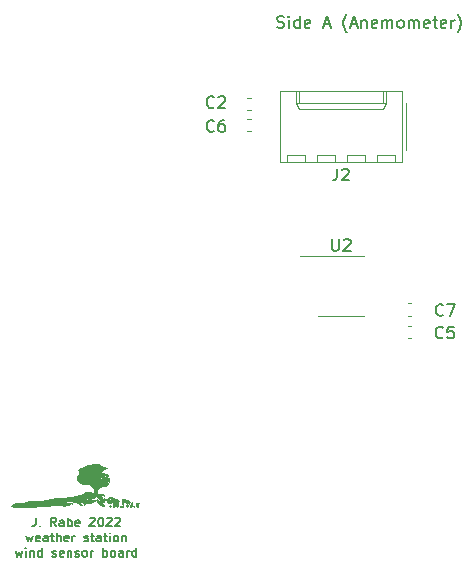
<source format=gto>
G04 #@! TF.GenerationSoftware,KiCad,Pcbnew,(5.1.6)-1*
G04 #@! TF.CreationDate,2022-06-26T15:17:10+10:00*
G04 #@! TF.ProjectId,wind_sensors,77696e64-5f73-4656-9e73-6f72732e6b69,rev?*
G04 #@! TF.SameCoordinates,Original*
G04 #@! TF.FileFunction,Legend,Top*
G04 #@! TF.FilePolarity,Positive*
%FSLAX46Y46*%
G04 Gerber Fmt 4.6, Leading zero omitted, Abs format (unit mm)*
G04 Created by KiCad (PCBNEW (5.1.6)-1) date 2022-06-26 15:17:10*
%MOMM*%
%LPD*%
G01*
G04 APERTURE LIST*
%ADD10C,0.150000*%
%ADD11C,0.010000*%
%ADD12C,0.120000*%
G04 APERTURE END LIST*
D10*
X138490476Y-79704761D02*
X138633333Y-79752380D01*
X138871428Y-79752380D01*
X138966666Y-79704761D01*
X139014285Y-79657142D01*
X139061904Y-79561904D01*
X139061904Y-79466666D01*
X139014285Y-79371428D01*
X138966666Y-79323809D01*
X138871428Y-79276190D01*
X138680952Y-79228571D01*
X138585714Y-79180952D01*
X138538095Y-79133333D01*
X138490476Y-79038095D01*
X138490476Y-78942857D01*
X138538095Y-78847619D01*
X138585714Y-78800000D01*
X138680952Y-78752380D01*
X138919047Y-78752380D01*
X139061904Y-78800000D01*
X139490476Y-79752380D02*
X139490476Y-79085714D01*
X139490476Y-78752380D02*
X139442857Y-78800000D01*
X139490476Y-78847619D01*
X139538095Y-78800000D01*
X139490476Y-78752380D01*
X139490476Y-78847619D01*
X140395238Y-79752380D02*
X140395238Y-78752380D01*
X140395238Y-79704761D02*
X140300000Y-79752380D01*
X140109523Y-79752380D01*
X140014285Y-79704761D01*
X139966666Y-79657142D01*
X139919047Y-79561904D01*
X139919047Y-79276190D01*
X139966666Y-79180952D01*
X140014285Y-79133333D01*
X140109523Y-79085714D01*
X140300000Y-79085714D01*
X140395238Y-79133333D01*
X141252380Y-79704761D02*
X141157142Y-79752380D01*
X140966666Y-79752380D01*
X140871428Y-79704761D01*
X140823809Y-79609523D01*
X140823809Y-79228571D01*
X140871428Y-79133333D01*
X140966666Y-79085714D01*
X141157142Y-79085714D01*
X141252380Y-79133333D01*
X141300000Y-79228571D01*
X141300000Y-79323809D01*
X140823809Y-79419047D01*
X142442857Y-79466666D02*
X142919047Y-79466666D01*
X142347619Y-79752380D02*
X142680952Y-78752380D01*
X143014285Y-79752380D01*
X144395238Y-80133333D02*
X144347619Y-80085714D01*
X144252380Y-79942857D01*
X144204761Y-79847619D01*
X144157142Y-79704761D01*
X144109523Y-79466666D01*
X144109523Y-79276190D01*
X144157142Y-79038095D01*
X144204761Y-78895238D01*
X144252380Y-78800000D01*
X144347619Y-78657142D01*
X144395238Y-78609523D01*
X144728571Y-79466666D02*
X145204761Y-79466666D01*
X144633333Y-79752380D02*
X144966666Y-78752380D01*
X145300000Y-79752380D01*
X145633333Y-79085714D02*
X145633333Y-79752380D01*
X145633333Y-79180952D02*
X145680952Y-79133333D01*
X145776190Y-79085714D01*
X145919047Y-79085714D01*
X146014285Y-79133333D01*
X146061904Y-79228571D01*
X146061904Y-79752380D01*
X146919047Y-79704761D02*
X146823809Y-79752380D01*
X146633333Y-79752380D01*
X146538095Y-79704761D01*
X146490476Y-79609523D01*
X146490476Y-79228571D01*
X146538095Y-79133333D01*
X146633333Y-79085714D01*
X146823809Y-79085714D01*
X146919047Y-79133333D01*
X146966666Y-79228571D01*
X146966666Y-79323809D01*
X146490476Y-79419047D01*
X147395238Y-79752380D02*
X147395238Y-79085714D01*
X147395238Y-79180952D02*
X147442857Y-79133333D01*
X147538095Y-79085714D01*
X147680952Y-79085714D01*
X147776190Y-79133333D01*
X147823809Y-79228571D01*
X147823809Y-79752380D01*
X147823809Y-79228571D02*
X147871428Y-79133333D01*
X147966666Y-79085714D01*
X148109523Y-79085714D01*
X148204761Y-79133333D01*
X148252380Y-79228571D01*
X148252380Y-79752380D01*
X148871428Y-79752380D02*
X148776190Y-79704761D01*
X148728571Y-79657142D01*
X148680952Y-79561904D01*
X148680952Y-79276190D01*
X148728571Y-79180952D01*
X148776190Y-79133333D01*
X148871428Y-79085714D01*
X149014285Y-79085714D01*
X149109523Y-79133333D01*
X149157142Y-79180952D01*
X149204761Y-79276190D01*
X149204761Y-79561904D01*
X149157142Y-79657142D01*
X149109523Y-79704761D01*
X149014285Y-79752380D01*
X148871428Y-79752380D01*
X149633333Y-79752380D02*
X149633333Y-79085714D01*
X149633333Y-79180952D02*
X149680952Y-79133333D01*
X149776190Y-79085714D01*
X149919047Y-79085714D01*
X150014285Y-79133333D01*
X150061904Y-79228571D01*
X150061904Y-79752380D01*
X150061904Y-79228571D02*
X150109523Y-79133333D01*
X150204761Y-79085714D01*
X150347619Y-79085714D01*
X150442857Y-79133333D01*
X150490476Y-79228571D01*
X150490476Y-79752380D01*
X151347619Y-79704761D02*
X151252380Y-79752380D01*
X151061904Y-79752380D01*
X150966666Y-79704761D01*
X150919047Y-79609523D01*
X150919047Y-79228571D01*
X150966666Y-79133333D01*
X151061904Y-79085714D01*
X151252380Y-79085714D01*
X151347619Y-79133333D01*
X151395238Y-79228571D01*
X151395238Y-79323809D01*
X150919047Y-79419047D01*
X151680952Y-79085714D02*
X152061904Y-79085714D01*
X151823809Y-78752380D02*
X151823809Y-79609523D01*
X151871428Y-79704761D01*
X151966666Y-79752380D01*
X152061904Y-79752380D01*
X152776190Y-79704761D02*
X152680952Y-79752380D01*
X152490476Y-79752380D01*
X152395238Y-79704761D01*
X152347619Y-79609523D01*
X152347619Y-79228571D01*
X152395238Y-79133333D01*
X152490476Y-79085714D01*
X152680952Y-79085714D01*
X152776190Y-79133333D01*
X152823809Y-79228571D01*
X152823809Y-79323809D01*
X152347619Y-79419047D01*
X153252380Y-79752380D02*
X153252380Y-79085714D01*
X153252380Y-79276190D02*
X153300000Y-79180952D01*
X153347619Y-79133333D01*
X153442857Y-79085714D01*
X153538095Y-79085714D01*
X153776190Y-80133333D02*
X153823809Y-80085714D01*
X153919047Y-79942857D01*
X153966666Y-79847619D01*
X154014285Y-79704761D01*
X154061904Y-79466666D01*
X154061904Y-79276190D01*
X154014285Y-79038095D01*
X153966666Y-78895238D01*
X153919047Y-78800000D01*
X153823809Y-78657142D01*
X153776190Y-78609523D01*
X118053571Y-121214285D02*
X118053571Y-121750000D01*
X118017857Y-121857142D01*
X117946428Y-121928571D01*
X117839285Y-121964285D01*
X117767857Y-121964285D01*
X118410714Y-121892857D02*
X118446428Y-121928571D01*
X118410714Y-121964285D01*
X118375000Y-121928571D01*
X118410714Y-121892857D01*
X118410714Y-121964285D01*
X119767857Y-121964285D02*
X119517857Y-121607142D01*
X119339285Y-121964285D02*
X119339285Y-121214285D01*
X119625000Y-121214285D01*
X119696428Y-121250000D01*
X119732142Y-121285714D01*
X119767857Y-121357142D01*
X119767857Y-121464285D01*
X119732142Y-121535714D01*
X119696428Y-121571428D01*
X119625000Y-121607142D01*
X119339285Y-121607142D01*
X120410714Y-121964285D02*
X120410714Y-121571428D01*
X120375000Y-121500000D01*
X120303571Y-121464285D01*
X120160714Y-121464285D01*
X120089285Y-121500000D01*
X120410714Y-121928571D02*
X120339285Y-121964285D01*
X120160714Y-121964285D01*
X120089285Y-121928571D01*
X120053571Y-121857142D01*
X120053571Y-121785714D01*
X120089285Y-121714285D01*
X120160714Y-121678571D01*
X120339285Y-121678571D01*
X120410714Y-121642857D01*
X120767857Y-121964285D02*
X120767857Y-121214285D01*
X120767857Y-121500000D02*
X120839285Y-121464285D01*
X120982142Y-121464285D01*
X121053571Y-121500000D01*
X121089285Y-121535714D01*
X121125000Y-121607142D01*
X121125000Y-121821428D01*
X121089285Y-121892857D01*
X121053571Y-121928571D01*
X120982142Y-121964285D01*
X120839285Y-121964285D01*
X120767857Y-121928571D01*
X121732142Y-121928571D02*
X121660714Y-121964285D01*
X121517857Y-121964285D01*
X121446428Y-121928571D01*
X121410714Y-121857142D01*
X121410714Y-121571428D01*
X121446428Y-121500000D01*
X121517857Y-121464285D01*
X121660714Y-121464285D01*
X121732142Y-121500000D01*
X121767857Y-121571428D01*
X121767857Y-121642857D01*
X121410714Y-121714285D01*
X122625000Y-121285714D02*
X122660714Y-121250000D01*
X122732142Y-121214285D01*
X122910714Y-121214285D01*
X122982142Y-121250000D01*
X123017857Y-121285714D01*
X123053571Y-121357142D01*
X123053571Y-121428571D01*
X123017857Y-121535714D01*
X122589285Y-121964285D01*
X123053571Y-121964285D01*
X123517857Y-121214285D02*
X123589285Y-121214285D01*
X123660714Y-121250000D01*
X123696428Y-121285714D01*
X123732142Y-121357142D01*
X123767857Y-121500000D01*
X123767857Y-121678571D01*
X123732142Y-121821428D01*
X123696428Y-121892857D01*
X123660714Y-121928571D01*
X123589285Y-121964285D01*
X123517857Y-121964285D01*
X123446428Y-121928571D01*
X123410714Y-121892857D01*
X123375000Y-121821428D01*
X123339285Y-121678571D01*
X123339285Y-121500000D01*
X123375000Y-121357142D01*
X123410714Y-121285714D01*
X123446428Y-121250000D01*
X123517857Y-121214285D01*
X124053571Y-121285714D02*
X124089285Y-121250000D01*
X124160714Y-121214285D01*
X124339285Y-121214285D01*
X124410714Y-121250000D01*
X124446428Y-121285714D01*
X124482142Y-121357142D01*
X124482142Y-121428571D01*
X124446428Y-121535714D01*
X124017857Y-121964285D01*
X124482142Y-121964285D01*
X124767857Y-121285714D02*
X124803571Y-121250000D01*
X124875000Y-121214285D01*
X125053571Y-121214285D01*
X125125000Y-121250000D01*
X125160714Y-121285714D01*
X125196428Y-121357142D01*
X125196428Y-121428571D01*
X125160714Y-121535714D01*
X124732142Y-121964285D01*
X125196428Y-121964285D01*
X117232142Y-122739285D02*
X117375000Y-123239285D01*
X117517857Y-122882142D01*
X117660714Y-123239285D01*
X117803571Y-122739285D01*
X118375000Y-123203571D02*
X118303571Y-123239285D01*
X118160714Y-123239285D01*
X118089285Y-123203571D01*
X118053571Y-123132142D01*
X118053571Y-122846428D01*
X118089285Y-122775000D01*
X118160714Y-122739285D01*
X118303571Y-122739285D01*
X118375000Y-122775000D01*
X118410714Y-122846428D01*
X118410714Y-122917857D01*
X118053571Y-122989285D01*
X119053571Y-123239285D02*
X119053571Y-122846428D01*
X119017857Y-122775000D01*
X118946428Y-122739285D01*
X118803571Y-122739285D01*
X118732142Y-122775000D01*
X119053571Y-123203571D02*
X118982142Y-123239285D01*
X118803571Y-123239285D01*
X118732142Y-123203571D01*
X118696428Y-123132142D01*
X118696428Y-123060714D01*
X118732142Y-122989285D01*
X118803571Y-122953571D01*
X118982142Y-122953571D01*
X119053571Y-122917857D01*
X119303571Y-122739285D02*
X119589285Y-122739285D01*
X119410714Y-122489285D02*
X119410714Y-123132142D01*
X119446428Y-123203571D01*
X119517857Y-123239285D01*
X119589285Y-123239285D01*
X119839285Y-123239285D02*
X119839285Y-122489285D01*
X120160714Y-123239285D02*
X120160714Y-122846428D01*
X120125000Y-122775000D01*
X120053571Y-122739285D01*
X119946428Y-122739285D01*
X119875000Y-122775000D01*
X119839285Y-122810714D01*
X120803571Y-123203571D02*
X120732142Y-123239285D01*
X120589285Y-123239285D01*
X120517857Y-123203571D01*
X120482142Y-123132142D01*
X120482142Y-122846428D01*
X120517857Y-122775000D01*
X120589285Y-122739285D01*
X120732142Y-122739285D01*
X120803571Y-122775000D01*
X120839285Y-122846428D01*
X120839285Y-122917857D01*
X120482142Y-122989285D01*
X121160714Y-123239285D02*
X121160714Y-122739285D01*
X121160714Y-122882142D02*
X121196428Y-122810714D01*
X121232142Y-122775000D01*
X121303571Y-122739285D01*
X121375000Y-122739285D01*
X122160714Y-123203571D02*
X122232142Y-123239285D01*
X122375000Y-123239285D01*
X122446428Y-123203571D01*
X122482142Y-123132142D01*
X122482142Y-123096428D01*
X122446428Y-123025000D01*
X122375000Y-122989285D01*
X122267857Y-122989285D01*
X122196428Y-122953571D01*
X122160714Y-122882142D01*
X122160714Y-122846428D01*
X122196428Y-122775000D01*
X122267857Y-122739285D01*
X122375000Y-122739285D01*
X122446428Y-122775000D01*
X122696428Y-122739285D02*
X122982142Y-122739285D01*
X122803571Y-122489285D02*
X122803571Y-123132142D01*
X122839285Y-123203571D01*
X122910714Y-123239285D01*
X122982142Y-123239285D01*
X123553571Y-123239285D02*
X123553571Y-122846428D01*
X123517857Y-122775000D01*
X123446428Y-122739285D01*
X123303571Y-122739285D01*
X123232142Y-122775000D01*
X123553571Y-123203571D02*
X123482142Y-123239285D01*
X123303571Y-123239285D01*
X123232142Y-123203571D01*
X123196428Y-123132142D01*
X123196428Y-123060714D01*
X123232142Y-122989285D01*
X123303571Y-122953571D01*
X123482142Y-122953571D01*
X123553571Y-122917857D01*
X123803571Y-122739285D02*
X124089285Y-122739285D01*
X123910714Y-122489285D02*
X123910714Y-123132142D01*
X123946428Y-123203571D01*
X124017857Y-123239285D01*
X124089285Y-123239285D01*
X124339285Y-123239285D02*
X124339285Y-122739285D01*
X124339285Y-122489285D02*
X124303571Y-122525000D01*
X124339285Y-122560714D01*
X124375000Y-122525000D01*
X124339285Y-122489285D01*
X124339285Y-122560714D01*
X124803571Y-123239285D02*
X124732142Y-123203571D01*
X124696428Y-123167857D01*
X124660714Y-123096428D01*
X124660714Y-122882142D01*
X124696428Y-122810714D01*
X124732142Y-122775000D01*
X124803571Y-122739285D01*
X124910714Y-122739285D01*
X124982142Y-122775000D01*
X125017857Y-122810714D01*
X125053571Y-122882142D01*
X125053571Y-123096428D01*
X125017857Y-123167857D01*
X124982142Y-123203571D01*
X124910714Y-123239285D01*
X124803571Y-123239285D01*
X125375000Y-122739285D02*
X125375000Y-123239285D01*
X125375000Y-122810714D02*
X125410714Y-122775000D01*
X125482142Y-122739285D01*
X125589285Y-122739285D01*
X125660714Y-122775000D01*
X125696428Y-122846428D01*
X125696428Y-123239285D01*
X116357142Y-124014285D02*
X116500000Y-124514285D01*
X116642857Y-124157142D01*
X116785714Y-124514285D01*
X116928571Y-124014285D01*
X117214285Y-124514285D02*
X117214285Y-124014285D01*
X117214285Y-123764285D02*
X117178571Y-123800000D01*
X117214285Y-123835714D01*
X117250000Y-123800000D01*
X117214285Y-123764285D01*
X117214285Y-123835714D01*
X117571428Y-124014285D02*
X117571428Y-124514285D01*
X117571428Y-124085714D02*
X117607142Y-124050000D01*
X117678571Y-124014285D01*
X117785714Y-124014285D01*
X117857142Y-124050000D01*
X117892857Y-124121428D01*
X117892857Y-124514285D01*
X118571428Y-124514285D02*
X118571428Y-123764285D01*
X118571428Y-124478571D02*
X118500000Y-124514285D01*
X118357142Y-124514285D01*
X118285714Y-124478571D01*
X118250000Y-124442857D01*
X118214285Y-124371428D01*
X118214285Y-124157142D01*
X118250000Y-124085714D01*
X118285714Y-124050000D01*
X118357142Y-124014285D01*
X118500000Y-124014285D01*
X118571428Y-124050000D01*
X119464285Y-124478571D02*
X119535714Y-124514285D01*
X119678571Y-124514285D01*
X119750000Y-124478571D01*
X119785714Y-124407142D01*
X119785714Y-124371428D01*
X119750000Y-124300000D01*
X119678571Y-124264285D01*
X119571428Y-124264285D01*
X119500000Y-124228571D01*
X119464285Y-124157142D01*
X119464285Y-124121428D01*
X119500000Y-124050000D01*
X119571428Y-124014285D01*
X119678571Y-124014285D01*
X119750000Y-124050000D01*
X120392857Y-124478571D02*
X120321428Y-124514285D01*
X120178571Y-124514285D01*
X120107142Y-124478571D01*
X120071428Y-124407142D01*
X120071428Y-124121428D01*
X120107142Y-124050000D01*
X120178571Y-124014285D01*
X120321428Y-124014285D01*
X120392857Y-124050000D01*
X120428571Y-124121428D01*
X120428571Y-124192857D01*
X120071428Y-124264285D01*
X120750000Y-124014285D02*
X120750000Y-124514285D01*
X120750000Y-124085714D02*
X120785714Y-124050000D01*
X120857142Y-124014285D01*
X120964285Y-124014285D01*
X121035714Y-124050000D01*
X121071428Y-124121428D01*
X121071428Y-124514285D01*
X121392857Y-124478571D02*
X121464285Y-124514285D01*
X121607142Y-124514285D01*
X121678571Y-124478571D01*
X121714285Y-124407142D01*
X121714285Y-124371428D01*
X121678571Y-124300000D01*
X121607142Y-124264285D01*
X121500000Y-124264285D01*
X121428571Y-124228571D01*
X121392857Y-124157142D01*
X121392857Y-124121428D01*
X121428571Y-124050000D01*
X121500000Y-124014285D01*
X121607142Y-124014285D01*
X121678571Y-124050000D01*
X122142857Y-124514285D02*
X122071428Y-124478571D01*
X122035714Y-124442857D01*
X122000000Y-124371428D01*
X122000000Y-124157142D01*
X122035714Y-124085714D01*
X122071428Y-124050000D01*
X122142857Y-124014285D01*
X122250000Y-124014285D01*
X122321428Y-124050000D01*
X122357142Y-124085714D01*
X122392857Y-124157142D01*
X122392857Y-124371428D01*
X122357142Y-124442857D01*
X122321428Y-124478571D01*
X122250000Y-124514285D01*
X122142857Y-124514285D01*
X122714285Y-124514285D02*
X122714285Y-124014285D01*
X122714285Y-124157142D02*
X122750000Y-124085714D01*
X122785714Y-124050000D01*
X122857142Y-124014285D01*
X122928571Y-124014285D01*
X123750000Y-124514285D02*
X123750000Y-123764285D01*
X123750000Y-124050000D02*
X123821428Y-124014285D01*
X123964285Y-124014285D01*
X124035714Y-124050000D01*
X124071428Y-124085714D01*
X124107142Y-124157142D01*
X124107142Y-124371428D01*
X124071428Y-124442857D01*
X124035714Y-124478571D01*
X123964285Y-124514285D01*
X123821428Y-124514285D01*
X123750000Y-124478571D01*
X124535714Y-124514285D02*
X124464285Y-124478571D01*
X124428571Y-124442857D01*
X124392857Y-124371428D01*
X124392857Y-124157142D01*
X124428571Y-124085714D01*
X124464285Y-124050000D01*
X124535714Y-124014285D01*
X124642857Y-124014285D01*
X124714285Y-124050000D01*
X124750000Y-124085714D01*
X124785714Y-124157142D01*
X124785714Y-124371428D01*
X124750000Y-124442857D01*
X124714285Y-124478571D01*
X124642857Y-124514285D01*
X124535714Y-124514285D01*
X125428571Y-124514285D02*
X125428571Y-124121428D01*
X125392857Y-124050000D01*
X125321428Y-124014285D01*
X125178571Y-124014285D01*
X125107142Y-124050000D01*
X125428571Y-124478571D02*
X125357142Y-124514285D01*
X125178571Y-124514285D01*
X125107142Y-124478571D01*
X125071428Y-124407142D01*
X125071428Y-124335714D01*
X125107142Y-124264285D01*
X125178571Y-124228571D01*
X125357142Y-124228571D01*
X125428571Y-124192857D01*
X125785714Y-124514285D02*
X125785714Y-124014285D01*
X125785714Y-124157142D02*
X125821428Y-124085714D01*
X125857142Y-124050000D01*
X125928571Y-124014285D01*
X126000000Y-124014285D01*
X126571428Y-124514285D02*
X126571428Y-123764285D01*
X126571428Y-124478571D02*
X126500000Y-124514285D01*
X126357142Y-124514285D01*
X126285714Y-124478571D01*
X126250000Y-124442857D01*
X126214285Y-124371428D01*
X126214285Y-124157142D01*
X126250000Y-124085714D01*
X126285714Y-124050000D01*
X126357142Y-124014285D01*
X126500000Y-124014285D01*
X126571428Y-124050000D01*
D11*
G36*
X121153333Y-120020333D02*
G01*
X121111000Y-120062666D01*
X121068667Y-120020333D01*
X121111000Y-119978000D01*
X121153333Y-120020333D01*
G37*
X121153333Y-120020333D02*
X121111000Y-120062666D01*
X121068667Y-120020333D01*
X121111000Y-119978000D01*
X121153333Y-120020333D01*
G36*
X126545243Y-119950455D02*
G01*
X126545847Y-119952077D01*
X126643983Y-120016232D01*
X126725637Y-120007590D01*
X126814901Y-119988322D01*
X126754334Y-120043298D01*
X126751653Y-120045213D01*
X126679927Y-120162528D01*
X126693150Y-120222533D01*
X126684034Y-120306542D01*
X126640497Y-120316606D01*
X126555832Y-120242984D01*
X126519211Y-120083773D01*
X126522579Y-119949786D01*
X126545243Y-119950455D01*
G37*
X126545243Y-119950455D02*
X126545847Y-119952077D01*
X126643983Y-120016232D01*
X126725637Y-120007590D01*
X126814901Y-119988322D01*
X126754334Y-120043298D01*
X126751653Y-120045213D01*
X126679927Y-120162528D01*
X126693150Y-120222533D01*
X126684034Y-120306542D01*
X126640497Y-120316606D01*
X126555832Y-120242984D01*
X126519211Y-120083773D01*
X126522579Y-119949786D01*
X126545243Y-119950455D01*
G36*
X126402667Y-120274333D02*
G01*
X126360333Y-120316666D01*
X126318000Y-120274333D01*
X126360333Y-120232000D01*
X126402667Y-120274333D01*
G37*
X126402667Y-120274333D02*
X126360333Y-120316666D01*
X126318000Y-120274333D01*
X126360333Y-120232000D01*
X126402667Y-120274333D01*
G36*
X126222442Y-120035039D02*
G01*
X126170884Y-120189281D01*
X126092786Y-120302649D01*
X126060109Y-120316666D01*
X126034242Y-120251934D01*
X126079568Y-120104642D01*
X126160499Y-119962900D01*
X126212484Y-119928928D01*
X126222442Y-120035039D01*
G37*
X126222442Y-120035039D02*
X126170884Y-120189281D01*
X126092786Y-120302649D01*
X126060109Y-120316666D01*
X126034242Y-120251934D01*
X126079568Y-120104642D01*
X126160499Y-119962900D01*
X126212484Y-119928928D01*
X126222442Y-120035039D01*
G36*
X125491484Y-119681303D02*
G01*
X125725293Y-119737491D01*
X125858477Y-119754943D01*
X125978276Y-119790103D01*
X126001025Y-119906780D01*
X125983601Y-120012537D01*
X125895812Y-120209232D01*
X125782232Y-120280906D01*
X125681477Y-120276651D01*
X125723249Y-120192338D01*
X125733171Y-120180222D01*
X125783890Y-120064103D01*
X125694175Y-119953885D01*
X125674396Y-119938959D01*
X125547774Y-119868776D01*
X125482592Y-119933342D01*
X125458606Y-120005105D01*
X125411926Y-120115163D01*
X125388814Y-120105000D01*
X125362773Y-119960125D01*
X125342766Y-119851000D01*
X125640667Y-119851000D01*
X125683000Y-119893333D01*
X125725333Y-119851000D01*
X125683000Y-119808666D01*
X125640667Y-119851000D01*
X125342766Y-119851000D01*
X125337025Y-119819692D01*
X125329949Y-119677268D01*
X125415823Y-119659572D01*
X125491484Y-119681303D01*
G37*
X125491484Y-119681303D02*
X125725293Y-119737491D01*
X125858477Y-119754943D01*
X125978276Y-119790103D01*
X126001025Y-119906780D01*
X125983601Y-120012537D01*
X125895812Y-120209232D01*
X125782232Y-120280906D01*
X125681477Y-120276651D01*
X125723249Y-120192338D01*
X125733171Y-120180222D01*
X125783890Y-120064103D01*
X125694175Y-119953885D01*
X125674396Y-119938959D01*
X125547774Y-119868776D01*
X125482592Y-119933342D01*
X125458606Y-120005105D01*
X125411926Y-120115163D01*
X125388814Y-120105000D01*
X125362773Y-119960125D01*
X125342766Y-119851000D01*
X125640667Y-119851000D01*
X125683000Y-119893333D01*
X125725333Y-119851000D01*
X125683000Y-119808666D01*
X125640667Y-119851000D01*
X125342766Y-119851000D01*
X125337025Y-119819692D01*
X125329949Y-119677268D01*
X125415823Y-119659572D01*
X125491484Y-119681303D01*
G36*
X125407833Y-120260593D02*
G01*
X125418469Y-120291496D01*
X125302000Y-120303298D01*
X125181804Y-120289992D01*
X125196167Y-120260593D01*
X125369509Y-120249410D01*
X125407833Y-120260593D01*
G37*
X125407833Y-120260593D02*
X125418469Y-120291496D01*
X125302000Y-120303298D01*
X125181804Y-120289992D01*
X125196167Y-120260593D01*
X125369509Y-120249410D01*
X125407833Y-120260593D01*
G36*
X124632204Y-119520497D02*
G01*
X124667000Y-119554666D01*
X124786771Y-119626531D01*
X124878667Y-119639333D01*
X125053632Y-119691252D01*
X125107104Y-119816883D01*
X125056023Y-119925998D01*
X125002169Y-120045296D01*
X125014879Y-120085990D01*
X125023955Y-120191340D01*
X125003561Y-120235406D01*
X124927416Y-120284744D01*
X124861637Y-120219872D01*
X124783645Y-120151195D01*
X124738165Y-120210833D01*
X124654351Y-120307706D01*
X124575743Y-120295240D01*
X124572289Y-120185352D01*
X124573275Y-120182741D01*
X124618050Y-120049334D01*
X124624667Y-120016065D01*
X124689721Y-120001716D01*
X124730500Y-120009114D01*
X124789681Y-120012415D01*
X124772306Y-119999225D01*
X124746704Y-119909435D01*
X124760458Y-119879108D01*
X124733155Y-119854187D01*
X124597917Y-119903576D01*
X124570485Y-119917056D01*
X124325492Y-119999954D01*
X124166643Y-119967882D01*
X124116667Y-119843944D01*
X124046145Y-119746691D01*
X123947333Y-119724000D01*
X123887766Y-119710077D01*
X124123645Y-119710077D01*
X124167526Y-119707475D01*
X124219788Y-119691757D01*
X124371114Y-119698181D01*
X124423370Y-119740779D01*
X124429326Y-119795242D01*
X124389599Y-119778033D01*
X124271906Y-119778703D01*
X124244520Y-119807285D01*
X124269485Y-119875134D01*
X124365670Y-119893333D01*
X124505647Y-119843834D01*
X124540000Y-119771330D01*
X124481331Y-119619777D01*
X124333864Y-119592366D01*
X124223170Y-119641143D01*
X124123645Y-119710077D01*
X123887766Y-119710077D01*
X123809702Y-119691831D01*
X123778000Y-119647259D01*
X123844950Y-119602404D01*
X123937778Y-119612302D01*
X124095637Y-119606124D01*
X124154441Y-119562042D01*
X124280646Y-119488744D01*
X124470848Y-119474450D01*
X124632204Y-119520497D01*
G37*
X124632204Y-119520497D02*
X124667000Y-119554666D01*
X124786771Y-119626531D01*
X124878667Y-119639333D01*
X125053632Y-119691252D01*
X125107104Y-119816883D01*
X125056023Y-119925998D01*
X125002169Y-120045296D01*
X125014879Y-120085990D01*
X125023955Y-120191340D01*
X125003561Y-120235406D01*
X124927416Y-120284744D01*
X124861637Y-120219872D01*
X124783645Y-120151195D01*
X124738165Y-120210833D01*
X124654351Y-120307706D01*
X124575743Y-120295240D01*
X124572289Y-120185352D01*
X124573275Y-120182741D01*
X124618050Y-120049334D01*
X124624667Y-120016065D01*
X124689721Y-120001716D01*
X124730500Y-120009114D01*
X124789681Y-120012415D01*
X124772306Y-119999225D01*
X124746704Y-119909435D01*
X124760458Y-119879108D01*
X124733155Y-119854187D01*
X124597917Y-119903576D01*
X124570485Y-119917056D01*
X124325492Y-119999954D01*
X124166643Y-119967882D01*
X124116667Y-119843944D01*
X124046145Y-119746691D01*
X123947333Y-119724000D01*
X123887766Y-119710077D01*
X124123645Y-119710077D01*
X124167526Y-119707475D01*
X124219788Y-119691757D01*
X124371114Y-119698181D01*
X124423370Y-119740779D01*
X124429326Y-119795242D01*
X124389599Y-119778033D01*
X124271906Y-119778703D01*
X124244520Y-119807285D01*
X124269485Y-119875134D01*
X124365670Y-119893333D01*
X124505647Y-119843834D01*
X124540000Y-119771330D01*
X124481331Y-119619777D01*
X124333864Y-119592366D01*
X124223170Y-119641143D01*
X124123645Y-119710077D01*
X123887766Y-119710077D01*
X123809702Y-119691831D01*
X123778000Y-119647259D01*
X123844950Y-119602404D01*
X123937778Y-119612302D01*
X124095637Y-119606124D01*
X124154441Y-119562042D01*
X124280646Y-119488744D01*
X124470848Y-119474450D01*
X124632204Y-119520497D01*
G36*
X124426229Y-120199203D02*
G01*
X124413000Y-120232000D01*
X124336918Y-120312770D01*
X124323336Y-120316666D01*
X124286971Y-120251160D01*
X124286000Y-120232000D01*
X124351088Y-120150586D01*
X124375663Y-120147333D01*
X124426229Y-120199203D01*
G37*
X124426229Y-120199203D02*
X124413000Y-120232000D01*
X124336918Y-120312770D01*
X124323336Y-120316666D01*
X124286971Y-120251160D01*
X124286000Y-120232000D01*
X124351088Y-120150586D01*
X124375663Y-120147333D01*
X124426229Y-120199203D01*
G36*
X123350328Y-119710574D02*
G01*
X123391487Y-119791298D01*
X123503414Y-119937212D01*
X123650932Y-120025360D01*
X123796623Y-120119957D01*
X123795556Y-120207536D01*
X123708938Y-120254752D01*
X123552163Y-120191572D01*
X123484421Y-120149140D01*
X123418832Y-120090888D01*
X123552222Y-120090888D01*
X123563844Y-120141223D01*
X123608667Y-120147333D01*
X123678357Y-120116355D01*
X123665111Y-120090888D01*
X123564631Y-120080755D01*
X123552222Y-120090888D01*
X123418832Y-120090888D01*
X123296154Y-119981935D01*
X123214037Y-119815876D01*
X123256460Y-119691401D01*
X123271445Y-119680773D01*
X123350328Y-119710574D01*
G37*
X123350328Y-119710574D02*
X123391487Y-119791298D01*
X123503414Y-119937212D01*
X123650932Y-120025360D01*
X123796623Y-120119957D01*
X123795556Y-120207536D01*
X123708938Y-120254752D01*
X123552163Y-120191572D01*
X123484421Y-120149140D01*
X123418832Y-120090888D01*
X123552222Y-120090888D01*
X123563844Y-120141223D01*
X123608667Y-120147333D01*
X123678357Y-120116355D01*
X123665111Y-120090888D01*
X123564631Y-120080755D01*
X123552222Y-120090888D01*
X123418832Y-120090888D01*
X123296154Y-119981935D01*
X123214037Y-119815876D01*
X123256460Y-119691401D01*
X123271445Y-119680773D01*
X123350328Y-119710574D01*
G36*
X123418532Y-116698632D02*
G01*
X123520772Y-116730542D01*
X123524000Y-116740140D01*
X123595304Y-116825881D01*
X123769893Y-116919208D01*
X123799167Y-116930536D01*
X124074333Y-117032305D01*
X123820333Y-117146667D01*
X123673464Y-117223706D01*
X123642280Y-117264562D01*
X123651000Y-117266144D01*
X123666059Y-117305372D01*
X123608667Y-117353333D01*
X123541430Y-117416730D01*
X123624749Y-117443625D01*
X123672167Y-117447286D01*
X123979144Y-117490129D01*
X124132301Y-117576290D01*
X124143639Y-117714784D01*
X124114936Y-117779899D01*
X124069413Y-117895459D01*
X124134529Y-117900554D01*
X124166560Y-117889050D01*
X124254576Y-117877041D01*
X124271236Y-117962996D01*
X124242863Y-118118992D01*
X124138873Y-118414433D01*
X123994531Y-118565462D01*
X123821560Y-118560562D01*
X123803105Y-118551033D01*
X123664106Y-118524664D01*
X123512744Y-118626114D01*
X123469517Y-118670775D01*
X123319292Y-118796453D01*
X123240033Y-118771312D01*
X123239077Y-118769109D01*
X123212828Y-118767393D01*
X123206328Y-118900434D01*
X123207219Y-118924099D01*
X123239671Y-119109718D01*
X123351057Y-119185505D01*
X123475853Y-119202118D01*
X123687650Y-119243019D01*
X123818952Y-119308535D01*
X123846044Y-119362564D01*
X123765397Y-119342244D01*
X123617386Y-119333314D01*
X123569352Y-119427479D01*
X123631728Y-119584110D01*
X123686086Y-119651059D01*
X123794225Y-119802972D01*
X123812267Y-119906384D01*
X123716166Y-119934097D01*
X123578831Y-119871986D01*
X123466913Y-119760745D01*
X123440335Y-119681666D01*
X123524000Y-119681666D01*
X123566333Y-119724000D01*
X123608667Y-119681666D01*
X123566333Y-119639333D01*
X123524000Y-119681666D01*
X123440335Y-119681666D01*
X123439333Y-119678687D01*
X123371108Y-119570203D01*
X123307336Y-119554666D01*
X123217859Y-119516228D01*
X123224051Y-119475850D01*
X123216199Y-119366955D01*
X123195586Y-119349336D01*
X123104759Y-119371103D01*
X123069862Y-119428152D01*
X122953086Y-119534589D01*
X122771920Y-119541599D01*
X122609552Y-119453018D01*
X122555113Y-119417635D01*
X122584615Y-119512315D01*
X122613785Y-119576223D01*
X122724735Y-119736339D01*
X122876684Y-119765362D01*
X122931333Y-119755853D01*
X123143000Y-119710629D01*
X122931333Y-119882489D01*
X122683783Y-120007956D01*
X122528067Y-120006720D01*
X122316284Y-120015325D01*
X122194315Y-120074378D01*
X122106780Y-120127877D01*
X122110261Y-120092705D01*
X122095666Y-119987118D01*
X122029729Y-119942545D01*
X121981541Y-119935666D01*
X122677333Y-119935666D01*
X122719667Y-119978000D01*
X122762000Y-119935666D01*
X122719667Y-119893333D01*
X122677333Y-119935666D01*
X121981541Y-119935666D01*
X121881522Y-119921388D01*
X121836273Y-119977246D01*
X121917785Y-120065973D01*
X121993966Y-120129391D01*
X121912523Y-120145877D01*
X121900214Y-120146036D01*
X121728237Y-120090529D01*
X121622869Y-120012107D01*
X121451917Y-119923173D01*
X121314300Y-119890643D01*
X122259095Y-119890643D01*
X122326182Y-119850701D01*
X122351371Y-119830567D01*
X122490191Y-119771304D01*
X122555332Y-119788234D01*
X122577717Y-119787309D01*
X122537744Y-119724000D01*
X122428155Y-119541924D01*
X122394527Y-119470000D01*
X122359131Y-119417552D01*
X122359878Y-119512333D01*
X122336770Y-119718639D01*
X122299134Y-119808666D01*
X122259095Y-119890643D01*
X121314300Y-119890643D01*
X121160508Y-119854290D01*
X120960654Y-119829289D01*
X120677635Y-119807140D01*
X120533972Y-119810606D01*
X120500749Y-119846385D01*
X120549047Y-119921177D01*
X120551453Y-119924093D01*
X120727677Y-120024604D01*
X120836637Y-120013360D01*
X120961791Y-120003658D01*
X120968662Y-120066345D01*
X120867004Y-120145085D01*
X120671605Y-120195512D01*
X120456840Y-120208901D01*
X120297087Y-120176530D01*
X120265273Y-120148853D01*
X120204618Y-120127091D01*
X120428055Y-120127091D01*
X120511278Y-120140649D01*
X120621092Y-120125082D01*
X120622403Y-120096180D01*
X120509086Y-120075969D01*
X120460125Y-120089496D01*
X120428055Y-120127091D01*
X120204618Y-120127091D01*
X120151927Y-120108187D01*
X120058660Y-120144125D01*
X119912778Y-120189426D01*
X119854812Y-120175256D01*
X119724270Y-120124453D01*
X119538224Y-120115314D01*
X119391455Y-120149157D01*
X119368811Y-120168497D01*
X119269629Y-120198109D01*
X119036279Y-120225352D01*
X118699625Y-120249497D01*
X118290533Y-120269809D01*
X117839868Y-120285559D01*
X117378496Y-120296012D01*
X116937281Y-120300439D01*
X116547089Y-120298106D01*
X116238785Y-120288282D01*
X116043234Y-120270234D01*
X115988667Y-120248654D01*
X116026908Y-120146812D01*
X116162033Y-120076196D01*
X116424647Y-120023822D01*
X116559195Y-120006591D01*
X116903304Y-119953946D01*
X117274121Y-119879749D01*
X117379355Y-119854778D01*
X117486684Y-119836888D01*
X119234222Y-119836888D01*
X119245844Y-119887223D01*
X119290667Y-119893333D01*
X119360357Y-119862355D01*
X119347111Y-119836888D01*
X119572889Y-119836888D01*
X119584511Y-119887223D01*
X119629333Y-119893333D01*
X119699023Y-119862355D01*
X119685778Y-119836888D01*
X119585298Y-119826755D01*
X119572889Y-119836888D01*
X119347111Y-119836888D01*
X119246631Y-119826755D01*
X119234222Y-119836888D01*
X117486684Y-119836888D01*
X117727256Y-119796789D01*
X118095168Y-119777697D01*
X118202825Y-119782301D01*
X118524458Y-119778186D01*
X118898281Y-119732366D01*
X119098136Y-119690575D01*
X119144062Y-119681666D01*
X121407333Y-119681666D01*
X121449667Y-119724000D01*
X121469909Y-119703757D01*
X121613388Y-119703757D01*
X121696611Y-119717315D01*
X121806425Y-119701749D01*
X121807335Y-119681666D01*
X122000000Y-119681666D01*
X122042333Y-119724000D01*
X122084667Y-119681666D01*
X122042333Y-119639333D01*
X122000000Y-119681666D01*
X121807335Y-119681666D01*
X121807736Y-119672847D01*
X121694419Y-119652635D01*
X121645458Y-119666163D01*
X121613388Y-119703757D01*
X121469909Y-119703757D01*
X121492000Y-119681666D01*
X121449667Y-119639333D01*
X121407333Y-119681666D01*
X119144062Y-119681666D01*
X119403589Y-119631322D01*
X119810550Y-119576709D01*
X120251238Y-119535151D01*
X120452903Y-119522409D01*
X120835537Y-119495194D01*
X121167673Y-119457699D01*
X121404270Y-119415733D01*
X121484503Y-119389345D01*
X121705176Y-119317409D01*
X121857067Y-119300666D01*
X122063977Y-119248416D01*
X122175281Y-119166499D01*
X122299338Y-119082266D01*
X122502896Y-119069409D01*
X122651315Y-119087020D01*
X122878900Y-119112714D01*
X122985349Y-119089381D01*
X123015256Y-119002725D01*
X123016000Y-118970106D01*
X122959318Y-118801283D01*
X122818964Y-118599507D01*
X122777950Y-118554983D01*
X122658012Y-118454000D01*
X123354667Y-118454000D01*
X123385645Y-118523690D01*
X123411111Y-118510444D01*
X123421244Y-118409964D01*
X123411111Y-118397555D01*
X123360777Y-118409177D01*
X123354667Y-118454000D01*
X122658012Y-118454000D01*
X122587962Y-118395022D01*
X122432362Y-118359358D01*
X122361824Y-118377336D01*
X122068627Y-118403574D01*
X121786469Y-118293346D01*
X121736996Y-118242333D01*
X122254000Y-118242333D01*
X122296333Y-118284666D01*
X122338667Y-118242333D01*
X123185333Y-118242333D01*
X123227667Y-118284666D01*
X123270000Y-118242333D01*
X123227667Y-118200000D01*
X123185333Y-118242333D01*
X122338667Y-118242333D01*
X122296333Y-118200000D01*
X122254000Y-118242333D01*
X121736996Y-118242333D01*
X121595313Y-118096241D01*
X121539897Y-117988333D01*
X121830667Y-117988333D01*
X121873000Y-118030666D01*
X122338667Y-118030666D01*
X122369645Y-118100356D01*
X122395111Y-118087111D01*
X122405244Y-117986631D01*
X122395111Y-117974222D01*
X122344777Y-117985844D01*
X122338667Y-118030666D01*
X121873000Y-118030666D01*
X121915333Y-117988333D01*
X121873000Y-117946000D01*
X121830667Y-117988333D01*
X121539897Y-117988333D01*
X121508550Y-117927296D01*
X121519191Y-117843093D01*
X123486140Y-117843093D01*
X123502023Y-117891371D01*
X123563483Y-118058716D01*
X123575620Y-118136500D01*
X123595346Y-118306935D01*
X123627935Y-118364851D01*
X123654430Y-118369333D01*
X123678955Y-118294520D01*
X123683777Y-118108135D01*
X123680730Y-118039476D01*
X123647245Y-117816951D01*
X123578105Y-117746345D01*
X123550786Y-117752014D01*
X123486140Y-117843093D01*
X121519191Y-117843093D01*
X121523118Y-117812029D01*
X121584902Y-117734333D01*
X122508000Y-117734333D01*
X122550333Y-117776666D01*
X122592667Y-117734333D01*
X122588355Y-117730021D01*
X123833703Y-117730021D01*
X123837461Y-117815930D01*
X123909312Y-117805629D01*
X124018643Y-117722270D01*
X124032000Y-117682941D01*
X123985625Y-117609562D01*
X123892706Y-117643224D01*
X123833703Y-117730021D01*
X122588355Y-117730021D01*
X122550333Y-117692000D01*
X122508000Y-117734333D01*
X121584902Y-117734333D01*
X121615427Y-117695947D01*
X121720931Y-117532437D01*
X121703401Y-117395666D01*
X122846667Y-117395666D01*
X122889000Y-117438000D01*
X122931333Y-117395666D01*
X122889000Y-117353333D01*
X122846667Y-117395666D01*
X121703401Y-117395666D01*
X121699274Y-117363467D01*
X121678945Y-117315843D01*
X121632189Y-117178019D01*
X121678324Y-117096069D01*
X121772125Y-117057000D01*
X123778000Y-117057000D01*
X123820333Y-117099333D01*
X123862667Y-117057000D01*
X123820333Y-117014666D01*
X123778000Y-117057000D01*
X121772125Y-117057000D01*
X121849736Y-117024675D01*
X121898345Y-117008819D01*
X122127164Y-116924085D01*
X122290095Y-116844360D01*
X122307750Y-116832024D01*
X122381574Y-116803000D01*
X123185333Y-116803000D01*
X123227667Y-116845333D01*
X123270000Y-116803000D01*
X123227667Y-116760666D01*
X123185333Y-116803000D01*
X122381574Y-116803000D01*
X122442872Y-116778901D01*
X122671605Y-116735216D01*
X122943855Y-116704753D01*
X123209528Y-116691297D01*
X123418532Y-116698632D01*
G37*
X123418532Y-116698632D02*
X123520772Y-116730542D01*
X123524000Y-116740140D01*
X123595304Y-116825881D01*
X123769893Y-116919208D01*
X123799167Y-116930536D01*
X124074333Y-117032305D01*
X123820333Y-117146667D01*
X123673464Y-117223706D01*
X123642280Y-117264562D01*
X123651000Y-117266144D01*
X123666059Y-117305372D01*
X123608667Y-117353333D01*
X123541430Y-117416730D01*
X123624749Y-117443625D01*
X123672167Y-117447286D01*
X123979144Y-117490129D01*
X124132301Y-117576290D01*
X124143639Y-117714784D01*
X124114936Y-117779899D01*
X124069413Y-117895459D01*
X124134529Y-117900554D01*
X124166560Y-117889050D01*
X124254576Y-117877041D01*
X124271236Y-117962996D01*
X124242863Y-118118992D01*
X124138873Y-118414433D01*
X123994531Y-118565462D01*
X123821560Y-118560562D01*
X123803105Y-118551033D01*
X123664106Y-118524664D01*
X123512744Y-118626114D01*
X123469517Y-118670775D01*
X123319292Y-118796453D01*
X123240033Y-118771312D01*
X123239077Y-118769109D01*
X123212828Y-118767393D01*
X123206328Y-118900434D01*
X123207219Y-118924099D01*
X123239671Y-119109718D01*
X123351057Y-119185505D01*
X123475853Y-119202118D01*
X123687650Y-119243019D01*
X123818952Y-119308535D01*
X123846044Y-119362564D01*
X123765397Y-119342244D01*
X123617386Y-119333314D01*
X123569352Y-119427479D01*
X123631728Y-119584110D01*
X123686086Y-119651059D01*
X123794225Y-119802972D01*
X123812267Y-119906384D01*
X123716166Y-119934097D01*
X123578831Y-119871986D01*
X123466913Y-119760745D01*
X123440335Y-119681666D01*
X123524000Y-119681666D01*
X123566333Y-119724000D01*
X123608667Y-119681666D01*
X123566333Y-119639333D01*
X123524000Y-119681666D01*
X123440335Y-119681666D01*
X123439333Y-119678687D01*
X123371108Y-119570203D01*
X123307336Y-119554666D01*
X123217859Y-119516228D01*
X123224051Y-119475850D01*
X123216199Y-119366955D01*
X123195586Y-119349336D01*
X123104759Y-119371103D01*
X123069862Y-119428152D01*
X122953086Y-119534589D01*
X122771920Y-119541599D01*
X122609552Y-119453018D01*
X122555113Y-119417635D01*
X122584615Y-119512315D01*
X122613785Y-119576223D01*
X122724735Y-119736339D01*
X122876684Y-119765362D01*
X122931333Y-119755853D01*
X123143000Y-119710629D01*
X122931333Y-119882489D01*
X122683783Y-120007956D01*
X122528067Y-120006720D01*
X122316284Y-120015325D01*
X122194315Y-120074378D01*
X122106780Y-120127877D01*
X122110261Y-120092705D01*
X122095666Y-119987118D01*
X122029729Y-119942545D01*
X121981541Y-119935666D01*
X122677333Y-119935666D01*
X122719667Y-119978000D01*
X122762000Y-119935666D01*
X122719667Y-119893333D01*
X122677333Y-119935666D01*
X121981541Y-119935666D01*
X121881522Y-119921388D01*
X121836273Y-119977246D01*
X121917785Y-120065973D01*
X121993966Y-120129391D01*
X121912523Y-120145877D01*
X121900214Y-120146036D01*
X121728237Y-120090529D01*
X121622869Y-120012107D01*
X121451917Y-119923173D01*
X121314300Y-119890643D01*
X122259095Y-119890643D01*
X122326182Y-119850701D01*
X122351371Y-119830567D01*
X122490191Y-119771304D01*
X122555332Y-119788234D01*
X122577717Y-119787309D01*
X122537744Y-119724000D01*
X122428155Y-119541924D01*
X122394527Y-119470000D01*
X122359131Y-119417552D01*
X122359878Y-119512333D01*
X122336770Y-119718639D01*
X122299134Y-119808666D01*
X122259095Y-119890643D01*
X121314300Y-119890643D01*
X121160508Y-119854290D01*
X120960654Y-119829289D01*
X120677635Y-119807140D01*
X120533972Y-119810606D01*
X120500749Y-119846385D01*
X120549047Y-119921177D01*
X120551453Y-119924093D01*
X120727677Y-120024604D01*
X120836637Y-120013360D01*
X120961791Y-120003658D01*
X120968662Y-120066345D01*
X120867004Y-120145085D01*
X120671605Y-120195512D01*
X120456840Y-120208901D01*
X120297087Y-120176530D01*
X120265273Y-120148853D01*
X120204618Y-120127091D01*
X120428055Y-120127091D01*
X120511278Y-120140649D01*
X120621092Y-120125082D01*
X120622403Y-120096180D01*
X120509086Y-120075969D01*
X120460125Y-120089496D01*
X120428055Y-120127091D01*
X120204618Y-120127091D01*
X120151927Y-120108187D01*
X120058660Y-120144125D01*
X119912778Y-120189426D01*
X119854812Y-120175256D01*
X119724270Y-120124453D01*
X119538224Y-120115314D01*
X119391455Y-120149157D01*
X119368811Y-120168497D01*
X119269629Y-120198109D01*
X119036279Y-120225352D01*
X118699625Y-120249497D01*
X118290533Y-120269809D01*
X117839868Y-120285559D01*
X117378496Y-120296012D01*
X116937281Y-120300439D01*
X116547089Y-120298106D01*
X116238785Y-120288282D01*
X116043234Y-120270234D01*
X115988667Y-120248654D01*
X116026908Y-120146812D01*
X116162033Y-120076196D01*
X116424647Y-120023822D01*
X116559195Y-120006591D01*
X116903304Y-119953946D01*
X117274121Y-119879749D01*
X117379355Y-119854778D01*
X117486684Y-119836888D01*
X119234222Y-119836888D01*
X119245844Y-119887223D01*
X119290667Y-119893333D01*
X119360357Y-119862355D01*
X119347111Y-119836888D01*
X119572889Y-119836888D01*
X119584511Y-119887223D01*
X119629333Y-119893333D01*
X119699023Y-119862355D01*
X119685778Y-119836888D01*
X119585298Y-119826755D01*
X119572889Y-119836888D01*
X119347111Y-119836888D01*
X119246631Y-119826755D01*
X119234222Y-119836888D01*
X117486684Y-119836888D01*
X117727256Y-119796789D01*
X118095168Y-119777697D01*
X118202825Y-119782301D01*
X118524458Y-119778186D01*
X118898281Y-119732366D01*
X119098136Y-119690575D01*
X119144062Y-119681666D01*
X121407333Y-119681666D01*
X121449667Y-119724000D01*
X121469909Y-119703757D01*
X121613388Y-119703757D01*
X121696611Y-119717315D01*
X121806425Y-119701749D01*
X121807335Y-119681666D01*
X122000000Y-119681666D01*
X122042333Y-119724000D01*
X122084667Y-119681666D01*
X122042333Y-119639333D01*
X122000000Y-119681666D01*
X121807335Y-119681666D01*
X121807736Y-119672847D01*
X121694419Y-119652635D01*
X121645458Y-119666163D01*
X121613388Y-119703757D01*
X121469909Y-119703757D01*
X121492000Y-119681666D01*
X121449667Y-119639333D01*
X121407333Y-119681666D01*
X119144062Y-119681666D01*
X119403589Y-119631322D01*
X119810550Y-119576709D01*
X120251238Y-119535151D01*
X120452903Y-119522409D01*
X120835537Y-119495194D01*
X121167673Y-119457699D01*
X121404270Y-119415733D01*
X121484503Y-119389345D01*
X121705176Y-119317409D01*
X121857067Y-119300666D01*
X122063977Y-119248416D01*
X122175281Y-119166499D01*
X122299338Y-119082266D01*
X122502896Y-119069409D01*
X122651315Y-119087020D01*
X122878900Y-119112714D01*
X122985349Y-119089381D01*
X123015256Y-119002725D01*
X123016000Y-118970106D01*
X122959318Y-118801283D01*
X122818964Y-118599507D01*
X122777950Y-118554983D01*
X122658012Y-118454000D01*
X123354667Y-118454000D01*
X123385645Y-118523690D01*
X123411111Y-118510444D01*
X123421244Y-118409964D01*
X123411111Y-118397555D01*
X123360777Y-118409177D01*
X123354667Y-118454000D01*
X122658012Y-118454000D01*
X122587962Y-118395022D01*
X122432362Y-118359358D01*
X122361824Y-118377336D01*
X122068627Y-118403574D01*
X121786469Y-118293346D01*
X121736996Y-118242333D01*
X122254000Y-118242333D01*
X122296333Y-118284666D01*
X122338667Y-118242333D01*
X123185333Y-118242333D01*
X123227667Y-118284666D01*
X123270000Y-118242333D01*
X123227667Y-118200000D01*
X123185333Y-118242333D01*
X122338667Y-118242333D01*
X122296333Y-118200000D01*
X122254000Y-118242333D01*
X121736996Y-118242333D01*
X121595313Y-118096241D01*
X121539897Y-117988333D01*
X121830667Y-117988333D01*
X121873000Y-118030666D01*
X122338667Y-118030666D01*
X122369645Y-118100356D01*
X122395111Y-118087111D01*
X122405244Y-117986631D01*
X122395111Y-117974222D01*
X122344777Y-117985844D01*
X122338667Y-118030666D01*
X121873000Y-118030666D01*
X121915333Y-117988333D01*
X121873000Y-117946000D01*
X121830667Y-117988333D01*
X121539897Y-117988333D01*
X121508550Y-117927296D01*
X121519191Y-117843093D01*
X123486140Y-117843093D01*
X123502023Y-117891371D01*
X123563483Y-118058716D01*
X123575620Y-118136500D01*
X123595346Y-118306935D01*
X123627935Y-118364851D01*
X123654430Y-118369333D01*
X123678955Y-118294520D01*
X123683777Y-118108135D01*
X123680730Y-118039476D01*
X123647245Y-117816951D01*
X123578105Y-117746345D01*
X123550786Y-117752014D01*
X123486140Y-117843093D01*
X121519191Y-117843093D01*
X121523118Y-117812029D01*
X121584902Y-117734333D01*
X122508000Y-117734333D01*
X122550333Y-117776666D01*
X122592667Y-117734333D01*
X122588355Y-117730021D01*
X123833703Y-117730021D01*
X123837461Y-117815930D01*
X123909312Y-117805629D01*
X124018643Y-117722270D01*
X124032000Y-117682941D01*
X123985625Y-117609562D01*
X123892706Y-117643224D01*
X123833703Y-117730021D01*
X122588355Y-117730021D01*
X122550333Y-117692000D01*
X122508000Y-117734333D01*
X121584902Y-117734333D01*
X121615427Y-117695947D01*
X121720931Y-117532437D01*
X121703401Y-117395666D01*
X122846667Y-117395666D01*
X122889000Y-117438000D01*
X122931333Y-117395666D01*
X122889000Y-117353333D01*
X122846667Y-117395666D01*
X121703401Y-117395666D01*
X121699274Y-117363467D01*
X121678945Y-117315843D01*
X121632189Y-117178019D01*
X121678324Y-117096069D01*
X121772125Y-117057000D01*
X123778000Y-117057000D01*
X123820333Y-117099333D01*
X123862667Y-117057000D01*
X123820333Y-117014666D01*
X123778000Y-117057000D01*
X121772125Y-117057000D01*
X121849736Y-117024675D01*
X121898345Y-117008819D01*
X122127164Y-116924085D01*
X122290095Y-116844360D01*
X122307750Y-116832024D01*
X122381574Y-116803000D01*
X123185333Y-116803000D01*
X123227667Y-116845333D01*
X123270000Y-116803000D01*
X123227667Y-116760666D01*
X123185333Y-116803000D01*
X122381574Y-116803000D01*
X122442872Y-116778901D01*
X122671605Y-116735216D01*
X122943855Y-116704753D01*
X123209528Y-116691297D01*
X123418532Y-116698632D01*
D12*
X149537221Y-103090000D02*
X149862779Y-103090000D01*
X149537221Y-104110000D02*
X149862779Y-104110000D01*
X136262779Y-86710000D02*
X135937221Y-86710000D01*
X136262779Y-85690000D02*
X135937221Y-85690000D01*
X136262779Y-88510000D02*
X135937221Y-88510000D01*
X136262779Y-87490000D02*
X135937221Y-87490000D01*
X143900000Y-99040000D02*
X140450000Y-99040000D01*
X143900000Y-99040000D02*
X145850000Y-99040000D01*
X143900000Y-104160000D02*
X141950000Y-104160000D01*
X143900000Y-104160000D02*
X145850000Y-104160000D01*
X139290000Y-90530000D02*
X139290000Y-91130000D01*
X140890000Y-90530000D02*
X139290000Y-90530000D01*
X140890000Y-91130000D02*
X140890000Y-90530000D01*
X141830000Y-90530000D02*
X141830000Y-91130000D01*
X143430000Y-90530000D02*
X141830000Y-90530000D01*
X143430000Y-91130000D02*
X143430000Y-90530000D01*
X144370000Y-90530000D02*
X144370000Y-91130000D01*
X145970000Y-90530000D02*
X144370000Y-90530000D01*
X145970000Y-91130000D02*
X145970000Y-90530000D01*
X146910000Y-90530000D02*
X146910000Y-91130000D01*
X148510000Y-90530000D02*
X146910000Y-90530000D01*
X148510000Y-91130000D02*
X148510000Y-90530000D01*
X140340000Y-85110000D02*
X140340000Y-86110000D01*
X147460000Y-85110000D02*
X147460000Y-86110000D01*
X140340000Y-86640000D02*
X140090000Y-86110000D01*
X147460000Y-86640000D02*
X140340000Y-86640000D01*
X147710000Y-86110000D02*
X147460000Y-86640000D01*
X140090000Y-86110000D02*
X140090000Y-85110000D01*
X147710000Y-86110000D02*
X140090000Y-86110000D01*
X147710000Y-85110000D02*
X147710000Y-86110000D01*
X149380000Y-90100000D02*
X149380000Y-86100000D01*
X138710000Y-91130000D02*
X149090000Y-91130000D01*
X138710000Y-85110000D02*
X138710000Y-91130000D01*
X149090000Y-85110000D02*
X138710000Y-85110000D01*
X149090000Y-91130000D02*
X149090000Y-85110000D01*
X149537221Y-106010000D02*
X149862779Y-106010000D01*
X149537221Y-104990000D02*
X149862779Y-104990000D01*
D10*
X152533333Y-104057142D02*
X152485714Y-104104761D01*
X152342857Y-104152380D01*
X152247619Y-104152380D01*
X152104761Y-104104761D01*
X152009523Y-104009523D01*
X151961904Y-103914285D01*
X151914285Y-103723809D01*
X151914285Y-103580952D01*
X151961904Y-103390476D01*
X152009523Y-103295238D01*
X152104761Y-103200000D01*
X152247619Y-103152380D01*
X152342857Y-103152380D01*
X152485714Y-103200000D01*
X152533333Y-103247619D01*
X152866666Y-103152380D02*
X153533333Y-103152380D01*
X153104761Y-104152380D01*
X133133333Y-88457142D02*
X133085714Y-88504761D01*
X132942857Y-88552380D01*
X132847619Y-88552380D01*
X132704761Y-88504761D01*
X132609523Y-88409523D01*
X132561904Y-88314285D01*
X132514285Y-88123809D01*
X132514285Y-87980952D01*
X132561904Y-87790476D01*
X132609523Y-87695238D01*
X132704761Y-87600000D01*
X132847619Y-87552380D01*
X132942857Y-87552380D01*
X133085714Y-87600000D01*
X133133333Y-87647619D01*
X133990476Y-87552380D02*
X133800000Y-87552380D01*
X133704761Y-87600000D01*
X133657142Y-87647619D01*
X133561904Y-87790476D01*
X133514285Y-87980952D01*
X133514285Y-88361904D01*
X133561904Y-88457142D01*
X133609523Y-88504761D01*
X133704761Y-88552380D01*
X133895238Y-88552380D01*
X133990476Y-88504761D01*
X134038095Y-88457142D01*
X134085714Y-88361904D01*
X134085714Y-88123809D01*
X134038095Y-88028571D01*
X133990476Y-87980952D01*
X133895238Y-87933333D01*
X133704761Y-87933333D01*
X133609523Y-87980952D01*
X133561904Y-88028571D01*
X133514285Y-88123809D01*
X133133333Y-86457142D02*
X133085714Y-86504761D01*
X132942857Y-86552380D01*
X132847619Y-86552380D01*
X132704761Y-86504761D01*
X132609523Y-86409523D01*
X132561904Y-86314285D01*
X132514285Y-86123809D01*
X132514285Y-85980952D01*
X132561904Y-85790476D01*
X132609523Y-85695238D01*
X132704761Y-85600000D01*
X132847619Y-85552380D01*
X132942857Y-85552380D01*
X133085714Y-85600000D01*
X133133333Y-85647619D01*
X133514285Y-85647619D02*
X133561904Y-85600000D01*
X133657142Y-85552380D01*
X133895238Y-85552380D01*
X133990476Y-85600000D01*
X134038095Y-85647619D01*
X134085714Y-85742857D01*
X134085714Y-85838095D01*
X134038095Y-85980952D01*
X133466666Y-86552380D01*
X134085714Y-86552380D01*
X143138095Y-97652380D02*
X143138095Y-98461904D01*
X143185714Y-98557142D01*
X143233333Y-98604761D01*
X143328571Y-98652380D01*
X143519047Y-98652380D01*
X143614285Y-98604761D01*
X143661904Y-98557142D01*
X143709523Y-98461904D01*
X143709523Y-97652380D01*
X144138095Y-97747619D02*
X144185714Y-97700000D01*
X144280952Y-97652380D01*
X144519047Y-97652380D01*
X144614285Y-97700000D01*
X144661904Y-97747619D01*
X144709523Y-97842857D01*
X144709523Y-97938095D01*
X144661904Y-98080952D01*
X144090476Y-98652380D01*
X144709523Y-98652380D01*
X143566666Y-91672380D02*
X143566666Y-92386666D01*
X143519047Y-92529523D01*
X143423809Y-92624761D01*
X143280952Y-92672380D01*
X143185714Y-92672380D01*
X143995238Y-91767619D02*
X144042857Y-91720000D01*
X144138095Y-91672380D01*
X144376190Y-91672380D01*
X144471428Y-91720000D01*
X144519047Y-91767619D01*
X144566666Y-91862857D01*
X144566666Y-91958095D01*
X144519047Y-92100952D01*
X143947619Y-92672380D01*
X144566666Y-92672380D01*
X152533333Y-105957142D02*
X152485714Y-106004761D01*
X152342857Y-106052380D01*
X152247619Y-106052380D01*
X152104761Y-106004761D01*
X152009523Y-105909523D01*
X151961904Y-105814285D01*
X151914285Y-105623809D01*
X151914285Y-105480952D01*
X151961904Y-105290476D01*
X152009523Y-105195238D01*
X152104761Y-105100000D01*
X152247619Y-105052380D01*
X152342857Y-105052380D01*
X152485714Y-105100000D01*
X152533333Y-105147619D01*
X153438095Y-105052380D02*
X152961904Y-105052380D01*
X152914285Y-105528571D01*
X152961904Y-105480952D01*
X153057142Y-105433333D01*
X153295238Y-105433333D01*
X153390476Y-105480952D01*
X153438095Y-105528571D01*
X153485714Y-105623809D01*
X153485714Y-105861904D01*
X153438095Y-105957142D01*
X153390476Y-106004761D01*
X153295238Y-106052380D01*
X153057142Y-106052380D01*
X152961904Y-106004761D01*
X152914285Y-105957142D01*
M02*

</source>
